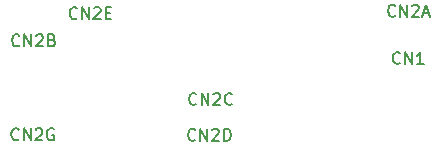
<source format=gbr>
%TF.GenerationSoftware,KiCad,Pcbnew,5.1.9-73d0e3b20d~88~ubuntu20.04.1*%
%TF.CreationDate,2020-12-26T20:54:25-08:00*%
%TF.ProjectId,st_adapter,73745f61-6461-4707-9465-722e6b696361,A*%
%TF.SameCoordinates,Original*%
%TF.FileFunction,Legend,Top*%
%TF.FilePolarity,Positive*%
%FSLAX46Y46*%
G04 Gerber Fmt 4.6, Leading zero omitted, Abs format (unit mm)*
G04 Created by KiCad (PCBNEW 5.1.9-73d0e3b20d~88~ubuntu20.04.1) date 2020-12-26 20:54:25*
%MOMM*%
%LPD*%
G01*
G04 APERTURE LIST*
%ADD10C,0.150000*%
%ADD11C,0.200000*%
G04 APERTURE END LIST*
D10*
X67029523Y-104817142D02*
X66981904Y-104864761D01*
X66839047Y-104912380D01*
X66743809Y-104912380D01*
X66600952Y-104864761D01*
X66505714Y-104769523D01*
X66458095Y-104674285D01*
X66410476Y-104483809D01*
X66410476Y-104340952D01*
X66458095Y-104150476D01*
X66505714Y-104055238D01*
X66600952Y-103960000D01*
X66743809Y-103912380D01*
X66839047Y-103912380D01*
X66981904Y-103960000D01*
X67029523Y-104007619D01*
X67458095Y-104912380D02*
X67458095Y-103912380D01*
X68029523Y-104912380D01*
X68029523Y-103912380D01*
X68458095Y-104007619D02*
X68505714Y-103960000D01*
X68600952Y-103912380D01*
X68839047Y-103912380D01*
X68934285Y-103960000D01*
X68981904Y-104007619D01*
X69029523Y-104102857D01*
X69029523Y-104198095D01*
X68981904Y-104340952D01*
X68410476Y-104912380D01*
X69029523Y-104912380D01*
X69981904Y-103960000D02*
X69886666Y-103912380D01*
X69743809Y-103912380D01*
X69600952Y-103960000D01*
X69505714Y-104055238D01*
X69458095Y-104150476D01*
X69410476Y-104340952D01*
X69410476Y-104483809D01*
X69458095Y-104674285D01*
X69505714Y-104769523D01*
X69600952Y-104864761D01*
X69743809Y-104912380D01*
X69839047Y-104912380D01*
X69981904Y-104864761D01*
X70029523Y-104817142D01*
X70029523Y-104483809D01*
X69839047Y-104483809D01*
X71967142Y-94557142D02*
X71919523Y-94604761D01*
X71776666Y-94652380D01*
X71681428Y-94652380D01*
X71538571Y-94604761D01*
X71443333Y-94509523D01*
X71395714Y-94414285D01*
X71348095Y-94223809D01*
X71348095Y-94080952D01*
X71395714Y-93890476D01*
X71443333Y-93795238D01*
X71538571Y-93700000D01*
X71681428Y-93652380D01*
X71776666Y-93652380D01*
X71919523Y-93700000D01*
X71967142Y-93747619D01*
X72395714Y-94652380D02*
X72395714Y-93652380D01*
X72967142Y-94652380D01*
X72967142Y-93652380D01*
X73395714Y-93747619D02*
X73443333Y-93700000D01*
X73538571Y-93652380D01*
X73776666Y-93652380D01*
X73871904Y-93700000D01*
X73919523Y-93747619D01*
X73967142Y-93842857D01*
X73967142Y-93938095D01*
X73919523Y-94080952D01*
X73348095Y-94652380D01*
X73967142Y-94652380D01*
X74395714Y-94128571D02*
X74729047Y-94128571D01*
X74871904Y-94652380D02*
X74395714Y-94652380D01*
X74395714Y-93652380D01*
X74871904Y-93652380D01*
X82079523Y-101817142D02*
X82031904Y-101864761D01*
X81889047Y-101912380D01*
X81793809Y-101912380D01*
X81650952Y-101864761D01*
X81555714Y-101769523D01*
X81508095Y-101674285D01*
X81460476Y-101483809D01*
X81460476Y-101340952D01*
X81508095Y-101150476D01*
X81555714Y-101055238D01*
X81650952Y-100960000D01*
X81793809Y-100912380D01*
X81889047Y-100912380D01*
X82031904Y-100960000D01*
X82079523Y-101007619D01*
X82508095Y-101912380D02*
X82508095Y-100912380D01*
X83079523Y-101912380D01*
X83079523Y-100912380D01*
X83508095Y-101007619D02*
X83555714Y-100960000D01*
X83650952Y-100912380D01*
X83889047Y-100912380D01*
X83984285Y-100960000D01*
X84031904Y-101007619D01*
X84079523Y-101102857D01*
X84079523Y-101198095D01*
X84031904Y-101340952D01*
X83460476Y-101912380D01*
X84079523Y-101912380D01*
X85079523Y-101817142D02*
X85031904Y-101864761D01*
X84889047Y-101912380D01*
X84793809Y-101912380D01*
X84650952Y-101864761D01*
X84555714Y-101769523D01*
X84508095Y-101674285D01*
X84460476Y-101483809D01*
X84460476Y-101340952D01*
X84508095Y-101150476D01*
X84555714Y-101055238D01*
X84650952Y-100960000D01*
X84793809Y-100912380D01*
X84889047Y-100912380D01*
X85031904Y-100960000D01*
X85079523Y-101007619D01*
X81989523Y-104847142D02*
X81941904Y-104894761D01*
X81799047Y-104942380D01*
X81703809Y-104942380D01*
X81560952Y-104894761D01*
X81465714Y-104799523D01*
X81418095Y-104704285D01*
X81370476Y-104513809D01*
X81370476Y-104370952D01*
X81418095Y-104180476D01*
X81465714Y-104085238D01*
X81560952Y-103990000D01*
X81703809Y-103942380D01*
X81799047Y-103942380D01*
X81941904Y-103990000D01*
X81989523Y-104037619D01*
X82418095Y-104942380D02*
X82418095Y-103942380D01*
X82989523Y-104942380D01*
X82989523Y-103942380D01*
X83418095Y-104037619D02*
X83465714Y-103990000D01*
X83560952Y-103942380D01*
X83799047Y-103942380D01*
X83894285Y-103990000D01*
X83941904Y-104037619D01*
X83989523Y-104132857D01*
X83989523Y-104228095D01*
X83941904Y-104370952D01*
X83370476Y-104942380D01*
X83989523Y-104942380D01*
X84418095Y-104942380D02*
X84418095Y-103942380D01*
X84656190Y-103942380D01*
X84799047Y-103990000D01*
X84894285Y-104085238D01*
X84941904Y-104180476D01*
X84989523Y-104370952D01*
X84989523Y-104513809D01*
X84941904Y-104704285D01*
X84894285Y-104799523D01*
X84799047Y-104894761D01*
X84656190Y-104942380D01*
X84418095Y-104942380D01*
X67089523Y-96857142D02*
X67041904Y-96904761D01*
X66899047Y-96952380D01*
X66803809Y-96952380D01*
X66660952Y-96904761D01*
X66565714Y-96809523D01*
X66518095Y-96714285D01*
X66470476Y-96523809D01*
X66470476Y-96380952D01*
X66518095Y-96190476D01*
X66565714Y-96095238D01*
X66660952Y-96000000D01*
X66803809Y-95952380D01*
X66899047Y-95952380D01*
X67041904Y-96000000D01*
X67089523Y-96047619D01*
X67518095Y-96952380D02*
X67518095Y-95952380D01*
X68089523Y-96952380D01*
X68089523Y-95952380D01*
X68518095Y-96047619D02*
X68565714Y-96000000D01*
X68660952Y-95952380D01*
X68899047Y-95952380D01*
X68994285Y-96000000D01*
X69041904Y-96047619D01*
X69089523Y-96142857D01*
X69089523Y-96238095D01*
X69041904Y-96380952D01*
X68470476Y-96952380D01*
X69089523Y-96952380D01*
X69851428Y-96428571D02*
X69994285Y-96476190D01*
X70041904Y-96523809D01*
X70089523Y-96619047D01*
X70089523Y-96761904D01*
X70041904Y-96857142D01*
X69994285Y-96904761D01*
X69899047Y-96952380D01*
X69518095Y-96952380D01*
X69518095Y-95952380D01*
X69851428Y-95952380D01*
X69946666Y-96000000D01*
X69994285Y-96047619D01*
X70041904Y-96142857D01*
X70041904Y-96238095D01*
X69994285Y-96333333D01*
X69946666Y-96380952D01*
X69851428Y-96428571D01*
X69518095Y-96428571D01*
%TO.C,CN2A*%
D11*
X98920952Y-94337142D02*
X98873333Y-94384761D01*
X98730476Y-94432380D01*
X98635238Y-94432380D01*
X98492380Y-94384761D01*
X98397142Y-94289523D01*
X98349523Y-94194285D01*
X98301904Y-94003809D01*
X98301904Y-93860952D01*
X98349523Y-93670476D01*
X98397142Y-93575238D01*
X98492380Y-93480000D01*
X98635238Y-93432380D01*
X98730476Y-93432380D01*
X98873333Y-93480000D01*
X98920952Y-93527619D01*
X99349523Y-94432380D02*
X99349523Y-93432380D01*
X99920952Y-94432380D01*
X99920952Y-93432380D01*
X100349523Y-93527619D02*
X100397142Y-93480000D01*
X100492380Y-93432380D01*
X100730476Y-93432380D01*
X100825714Y-93480000D01*
X100873333Y-93527619D01*
X100920952Y-93622857D01*
X100920952Y-93718095D01*
X100873333Y-93860952D01*
X100301904Y-94432380D01*
X100920952Y-94432380D01*
X101301904Y-94146666D02*
X101778095Y-94146666D01*
X101206666Y-94432380D02*
X101540000Y-93432380D01*
X101873333Y-94432380D01*
%TO.C,CN1*%
X99309523Y-98357142D02*
X99261904Y-98404761D01*
X99119047Y-98452380D01*
X99023809Y-98452380D01*
X98880952Y-98404761D01*
X98785714Y-98309523D01*
X98738095Y-98214285D01*
X98690476Y-98023809D01*
X98690476Y-97880952D01*
X98738095Y-97690476D01*
X98785714Y-97595238D01*
X98880952Y-97500000D01*
X99023809Y-97452380D01*
X99119047Y-97452380D01*
X99261904Y-97500000D01*
X99309523Y-97547619D01*
X99738095Y-98452380D02*
X99738095Y-97452380D01*
X100309523Y-98452380D01*
X100309523Y-97452380D01*
X101309523Y-98452380D02*
X100738095Y-98452380D01*
X101023809Y-98452380D02*
X101023809Y-97452380D01*
X100928571Y-97595238D01*
X100833333Y-97690476D01*
X100738095Y-97738095D01*
%TD*%
M02*

</source>
